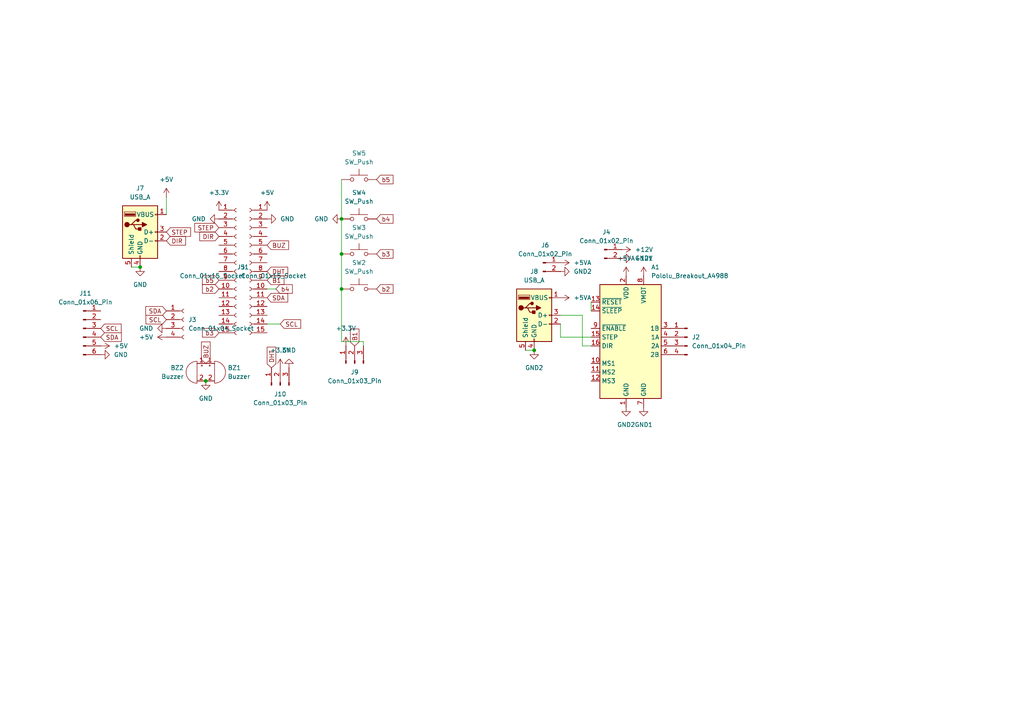
<source format=kicad_sch>
(kicad_sch (version 20250114) (generator "eeschema") (generator_version "9.0")
  (paper "A4")
  (lib_symbols
    (symbol "Connector:Conn_01x02_Pin" (pin_names (offset 1.016) (hide yes))
      (property "Reference" "J" (at 0 2.54 0))
      (property "Value" "Conn_01x02_Pin" (at 0 -5.08 0))
      (symbol "Conn_01x02_Pin_1_1"
        (rectangle (start 0.8636 0.127) (end 0 -0.127) (stroke (width 0.1524)) (fill (type outline)))
        (rectangle (start 0.8636 -2.413) (end 0 -2.667) (stroke (width 0.1524)) (fill (type outline)))
        (polyline (pts (xy 1.27 0) (xy 0.8636 0)) (stroke (width 0.1524)))
        (polyline (pts (xy 1.27 -2.54) (xy 0.8636 -2.54)) (stroke (width 0.1524)))
        (pin passive line (at 5.08 0 180) (length 3.81) (name "Pin_1") (number "1"))
        (pin passive line (at 5.08 -2.54 180) (length 3.81) (name "Pin_2") (number "2"))
      )
    )
    (symbol "Connector:Conn_01x03_Pin" (pin_names (offset 1.016) (hide yes))
      (property "Reference" "J" (at 0 5.08 0))
      (property "Value" "Conn_01x03_Pin" (at 0 -5.08 0))
      (symbol "Conn_01x03_Pin_1_1"
        (rectangle (start 0.8636 2.667) (end 0 2.413) (stroke (width 0.1524)) (fill (type outline)))
        (rectangle (start 0.8636 0.127) (end 0 -0.127) (stroke (width 0.1524)) (fill (type outline)))
        (rectangle (start 0.8636 -2.413) (end 0 -2.667) (stroke (width 0.1524)) (fill (type outline)))
        (polyline (pts (xy 1.27 2.54) (xy 0.8636 2.54)) (stroke (width 0.1524)))
        (polyline (pts (xy 1.27 0) (xy 0.8636 0)) (stroke (width 0.1524)))
        (polyline (pts (xy 1.27 -2.54) (xy 0.8636 -2.54)) (stroke (width 0.1524)))
        (pin passive line (at 5.08 2.54 180) (length 3.81) (name "Pin_1") (number "1"))
        (pin passive line (at 5.08 0 180) (length 3.81) (name "Pin_2") (number "2"))
        (pin passive line (at 5.08 -2.54 180) (length 3.81) (name "Pin_3") (number "3"))
      )
    )
    (symbol "Connector:Conn_01x04_Pin" (pin_names (offset 1.016) (hide yes))
      (property "Reference" "J" (at 0 5.08 0))
      (property "Value" "Conn_01x04_Pin" (at 0 -7.62 0))
      (symbol "Conn_01x04_Pin_1_1"
        (rectangle (start 0.8636 2.667) (end 0 2.413) (stroke (width 0.1524)) (fill (type outline)))
        (rectangle (start 0.8636 0.127) (end 0 -0.127) (stroke (width 0.1524)) (fill (type outline)))
        (rectangle (start 0.8636 -2.413) (end 0 -2.667) (stroke (width 0.1524)) (fill (type outline)))
        (rectangle (start 0.8636 -4.953) (end 0 -5.207) (stroke (width 0.1524)) (fill (type outline)))
        (polyline (pts (xy 1.27 2.54) (xy 0.8636 2.54)) (stroke (width 0.1524)))
        (polyline (pts (xy 1.27 0) (xy 0.8636 0)) (stroke (width 0.1524)))
        (polyline (pts (xy 1.27 -2.54) (xy 0.8636 -2.54)) (stroke (width 0.1524)))
        (polyline (pts (xy 1.27 -5.08) (xy 0.8636 -5.08)) (stroke (width 0.1524)))
        (pin passive line (at 5.08 2.54 180) (length 3.81) (name "Pin_1") (number "1"))
        (pin passive line (at 5.08 0 180) (length 3.81) (name "Pin_2") (number "2"))
        (pin passive line (at 5.08 -2.54 180) (length 3.81) (name "Pin_3") (number "3"))
        (pin passive line (at 5.08 -5.08 180) (length 3.81) (name "Pin_4") (number "4"))
      )
    )
    (symbol "Connector:Conn_01x04_Socket" (pin_names (offset 1.016) (hide yes))
      (property "Reference" "J" (at 0 5.08 0))
      (property "Value" "Conn_01x04_Socket" (at 0 -7.62 0))
      (symbol "Conn_01x04_Socket_1_1"
        (polyline (pts (xy -1.27 2.54) (xy -0.508 2.54)) (stroke (width 0.1524)))
        (polyline (pts (xy -1.27 0) (xy -0.508 0)) (stroke (width 0.1524)))
        (polyline (pts (xy -1.27 -2.54) (xy -0.508 -2.54)) (stroke (width 0.1524)))
        (polyline (pts (xy -1.27 -5.08) (xy -0.508 -5.08)) (stroke (width 0.1524)))
        (arc (start 0 2.032) (mid -0.5058 2.54) (end 0 3.048) (stroke (width 0.1524)))
        (arc (start 0 -0.508) (mid -0.5058 0) (end 0 0.508) (stroke (width 0.1524)))
        (arc (start 0 -3.048) (mid -0.5058 -2.54) (end 0 -2.032) (stroke (width 0.1524)))
        (arc (start 0 -5.588) (mid -0.5058 -5.08) (end 0 -4.572) (stroke (width 0.1524)))
        (pin passive line (at -5.08 2.54 0) (length 3.81) (name "Pin_1") (number "1"))
        (pin passive line (at -5.08 0 0) (length 3.81) (name "Pin_2") (number "2"))
        (pin passive line (at -5.08 -2.54 0) (length 3.81) (name "Pin_3") (number "3"))
        (pin passive line (at -5.08 -5.08 0) (length 3.81) (name "Pin_4") (number "4"))
      )
    )
    (symbol "Connector:Conn_01x06_Pin" (pin_names (offset 1.016) (hide yes))
      (property "Reference" "J" (at 0 7.62 0))
      (property "Value" "Conn_01x06_Pin" (at 0 -10.16 0))
      (symbol "Conn_01x06_Pin_1_1"
        (rectangle (start 0.8636 5.207) (end 0 4.953) (stroke (width 0.1524)) (fill (type outline)))
        (rectangle (start 0.8636 2.667) (end 0 2.413) (stroke (width 0.1524)) (fill (type outline)))
        (rectangle (start 0.8636 0.127) (end 0 -0.127) (stroke (width 0.1524)) (fill (type outline)))
        (rectangle (start 0.8636 -2.413) (end 0 -2.667) (stroke (width 0.1524)) (fill (type outline)))
        (rectangle (start 0.8636 -4.953) (end 0 -5.207) (stroke (width 0.1524)) (fill (type outline)))
        (rectangle (start 0.8636 -7.493) (end 0 -7.747) (stroke (width 0.1524)) (fill (type outline)))
        (polyline (pts (xy 1.27 5.08) (xy 0.8636 5.08)) (stroke (width 0.1524)))
        (polyline (pts (xy 1.27 2.54) (xy 0.8636 2.54)) (stroke (width 0.1524)))
        (polyline (pts (xy 1.27 0) (xy 0.8636 0)) (stroke (width 0.1524)))
        (polyline (pts (xy 1.27 -2.54) (xy 0.8636 -2.54)) (stroke (width 0.1524)))
        (polyline (pts (xy 1.27 -5.08) (xy 0.8636 -5.08)) (stroke (width 0.1524)))
        (polyline (pts (xy 1.27 -7.62) (xy 0.8636 -7.62)) (stroke (width 0.1524)))
        (pin passive line (at 5.08 5.08 180) (length 3.81) (name "Pin_1") (number "1"))
        (pin passive line (at 5.08 2.54 180) (length 3.81) (name "Pin_2") (number "2"))
        (pin passive line (at 5.08 0 180) (length 3.81) (name "Pin_3") (number "3"))
        (pin passive line (at 5.08 -2.54 180) (length 3.81) (name "Pin_4") (number "4"))
        (pin passive line (at 5.08 -5.08 180) (length 3.81) (name "Pin_5") (number "5"))
        (pin passive line (at 5.08 -7.62 180) (length 3.81) (name "Pin_6") (number "6"))
      )
    )
    (symbol "Connector:Conn_01x15_Socket" (pin_names (offset 1.016) (hide yes))
      (property "Reference" "J" (at 0 20.32 0))
      (property "Value" "Conn_01x15_Socket" (at 0 -20.32 0))
      (symbol "Conn_01x15_Socket_1_1"
        (polyline (pts (xy -1.27 17.78) (xy -0.508 17.78)) (stroke (width 0.1524)))
        (polyline (pts (xy -1.27 15.24) (xy -0.508 15.24)) (stroke (width 0.1524)))
        (polyline (pts (xy -1.27 12.7) (xy -0.508 12.7)) (stroke (width 0.1524)))
        (polyline (pts (xy -1.27 10.16) (xy -0.508 10.16)) (stroke (width 0.1524)))
        (polyline (pts (xy -1.27 7.62) (xy -0.508 7.62)) (stroke (width 0.1524)))
        (polyline (pts (xy -1.27 5.08) (xy -0.508 5.08)) (stroke (width 0.1524)))
        (polyline (pts (xy -1.27 2.54) (xy -0.508 2.54)) (stroke (width 0.1524)))
        (polyline (pts (xy -1.27 0) (xy -0.508 0)) (stroke (width 0.1524)))
        (polyline (pts (xy -1.27 -2.54) (xy -0.508 -2.54)) (stroke (width 0.1524)))
        (polyline (pts (xy -1.27 -5.08) (xy -0.508 -5.08)) (stroke (width 0.1524)))
        (polyline (pts (xy -1.27 -7.62) (xy -0.508 -7.62)) (stroke (width 0.1524)))
        (polyline (pts (xy -1.27 -10.16) (xy -0.508 -10.16)) (stroke (width 0.1524)))
        (polyline (pts (xy -1.27 -12.7) (xy -0.508 -12.7)) (stroke (width 0.1524)))
        (polyline (pts (xy -1.27 -15.24) (xy -0.508 -15.24)) (stroke (width 0.1524)))
        (polyline (pts (xy -1.27 -17.78) (xy -0.508 -17.78)) (stroke (width 0.1524)))
        (arc (start 0 17.272) (mid -0.5058 17.78) (end 0 18.288) (stroke (width 0.1524)))
        (arc (start 0 14.732) (mid -0.5058 15.24) (end 0 15.748) (stroke (width 0.1524)))
        (arc (start 0 12.192) (mid -0.5058 12.7) (end 0 13.208) (stroke (width 0.1524)))
        (arc (start 0 9.652) (mid -0.5058 10.16) (end 0 10.668) (stroke (width 0.1524)))
        (arc (start 0 7.112) (mid -0.5058 7.62) (end 0 8.128) (stroke (width 0.1524)))
        (arc (start 0 4.572) (mid -0.5058 5.08) (end 0 5.588) (stroke (width 0.1524)))
        (arc (start 0 2.032) (mid -0.5058 2.54) (end 0 3.048) (stroke (width 0.1524)))
        (arc (start 0 -0.508) (mid -0.5058 0) (end 0 0.508) (stroke (width 0.1524)))
        (arc (start 0 -3.048) (mid -0.5058 -2.54) (end 0 -2.032) (stroke (width 0.1524)))
        (arc (start 0 -5.588) (mid -0.5058 -5.08) (end 0 -4.572) (stroke (width 0.1524)))
        (arc (start 0 -8.128) (mid -0.5058 -7.62) (end 0 -7.112) (stroke (width 0.1524)))
        (arc (start 0 -10.668) (mid -0.5058 -10.16) (end 0 -9.652) (stroke (width 0.1524)))
        (arc (start 0 -13.208) (mid -0.5058 -12.7) (end 0 -12.192) (stroke (width 0.1524)))
        (arc (start 0 -15.748) (mid -0.5058 -15.24) (end 0 -14.732) (stroke (width 0.1524)))
        (arc (start 0 -18.288) (mid -0.5058 -17.78) (end 0 -17.272) (stroke (width 0.1524)))
        (pin passive line (at -5.08 17.78 0) (length 3.81) (name "Pin_1") (number "1"))
        (pin passive line (at -5.08 15.24 0) (length 3.81) (name "Pin_2") (number "2"))
        (pin passive line (at -5.08 12.7 0) (length 3.81) (name "Pin_3") (number "3"))
        (pin passive line (at -5.08 10.16 0) (length 3.81) (name "Pin_4") (number "4"))
        (pin passive line (at -5.08 7.62 0) (length 3.81) (name "Pin_5") (number "5"))
        (pin passive line (at -5.08 5.08 0) (length 3.81) (name "Pin_6") (number "6"))
        (pin passive line (at -5.08 2.54 0) (length 3.81) (name "Pin_7") (number "7"))
        (pin passive line (at -5.08 0 0) (length 3.81) (name "Pin_8") (number "8"))
        (pin passive line (at -5.08 -2.54 0) (length 3.81) (name "Pin_9") (number "9"))
        (pin passive line (at -5.08 -5.08 0) (length 3.81) (name "Pin_10") (number "10"))
        (pin passive line (at -5.08 -7.62 0) (length 3.81) (name "Pin_11") (number "11"))
        (pin passive line (at -5.08 -10.16 0) (length 3.81) (name "Pin_12") (number "12"))
        (pin passive line (at -5.08 -12.7 0) (length 3.81) (name "Pin_13") (number "13"))
        (pin passive line (at -5.08 -15.24 0) (length 3.81) (name "Pin_14") (number "14"))
        (pin passive line (at -5.08 -17.78 0) (length 3.81) (name "Pin_15") (number "15"))
      )
    )
    (symbol "Connector:USB_A" (pin_names (offset 1.016))
      (property "Reference" "J" (at -5.08 11.43 0))
      (property "Value" "USB_A" (at -5.08 8.89 0))
      (symbol "USB_A_0_1"
        (rectangle (start -5.08 -7.62) (end 5.08 7.62) (stroke (width 0.254)) (fill (type background)))
        (circle (center -3.81 2.159) (radius 0.635) (stroke (width 0.254)) (fill (type outline)))
        (polyline (pts (xy -3.175 2.159) (xy -2.54 2.159) (xy -1.27 3.429) (xy -0.635 3.429)) (stroke (width 0.254)))
        (polyline (pts (xy -2.54 2.159) (xy -1.905 2.159) (xy -1.27 0.889) (xy 0 0.889)) (stroke (width 0.254)))
        (rectangle (start -1.524 4.826) (end -4.318 5.334) (fill (type outline)))
        (rectangle (start -1.27 4.572) (end -4.572 5.842))
        (circle (center -0.635 3.429) (radius 0.381) (stroke (width 0.254)) (fill (type outline)))
        (rectangle (start -0.127 -7.62) (end 0.127 -6.858))
        (rectangle (start 0.254 1.27) (end -0.508 0.508) (stroke (width 0.254)) (fill (type outline)))
        (polyline (pts (xy 0.635 2.794) (xy 0.635 1.524) (xy 1.905 2.159) (xy 0.635 2.794)) (stroke (width 0.254)) (fill (type outline)))
        (rectangle (start 5.08 4.953) (end 4.318 5.207))
        (rectangle (start 5.08 -0.127) (end 4.318 0.127))
        (rectangle (start 5.08 -2.667) (end 4.318 -2.413))
      )
      (symbol "USB_A_1_1"
        (polyline (pts (xy -1.905 2.159) (xy 0.635 2.159)) (stroke (width 0.254)))
        (pin passive line (at -2.54 -10.16 90) (length 2.54) (name "Shield") (number "5"))
        (pin power_in line (at 0 -10.16 90) (length 2.54) (name "GND") (number "4"))
        (pin power_in line (at 7.62 5.08 180) (length 2.54) (name "VBUS") (number "1"))
        (pin bidirectional line (at 7.62 0 180) (length 2.54) (name "D+") (number "3"))
        (pin bidirectional line (at 7.62 -2.54 180) (length 2.54) (name "D-") (number "2"))
      )
    )
    (symbol "Device:Buzzer" (pin_names (offset 0.0254) (hide yes))
      (property "Reference" "BZ" (at 3.81 1.27 0))
      (property "Value" "Buzzer" (at 3.81 -1.27 0))
      (symbol "Buzzer_0_1"
        (polyline (pts (xy -1.651 1.905) (xy -1.143 1.905)))
        (polyline (pts (xy -1.397 2.159) (xy -1.397 1.651)))
        (arc (start 0 3.175) (mid 3.1612 0) (end 0 -3.175))
        (polyline (pts (xy 0 3.175) (xy 0 -3.175)))
      )
      (symbol "Buzzer_1_1"
        (pin passive line (at -2.54 2.54 0) (length 2.54) (name "+") (number "1"))
        (pin passive line (at -2.54 -2.54 0) (length 2.54) (name "-") (number "2"))
      )
    )
    (symbol "Driver_Motor:Pololu_Breakout_A4988"
      (property "Reference" "A" (at -2.54 19.05 0))
      (property "Value" "Pololu_Breakout_A4988" (at -2.54 16.51 0))
      (symbol "Pololu_Breakout_A4988_0_1"
        (rectangle (start 10.16 -17.78) (end -7.62 15.24) (stroke (width 0.254)) (fill (type background)))
      )
      (symbol "Pololu_Breakout_A4988_1_1"
        (pin input line (at -10.16 10.16 0) (length 2.54) (name "~{RESET}") (number "13"))
        (pin input line (at -10.16 7.62 0) (length 2.54) (name "~{SLEEP}") (number "14"))
        (pin input line (at -10.16 2.54 0) (length 2.54) (name "~{ENABLE}") (number "9"))
        (pin input line (at -10.16 0 0) (length 2.54) (name "STEP") (number "15"))
        (pin input line (at -10.16 -2.54 0) (length 2.54) (name "DIR") (number "16"))
        (pin input line (at -10.16 -7.62 0) (length 2.54) (name "MS1") (number "10"))
        (pin input line (at -10.16 -10.16 0) (length 2.54) (name "MS2") (number "11"))
        (pin input line (at -10.16 -12.7 0) (length 2.54) (name "MS3") (number "12"))
        (pin power_in line (at 0 17.78 270) (length 2.54) (name "VDD") (number "2"))
        (pin power_in line (at 0 -20.32 90) (length 2.54) (name "GND") (number "1"))
        (pin power_in line (at 5.08 17.78 270) (length 2.54) (name "VMOT") (number "8"))
        (pin power_in line (at 5.08 -20.32 90) (length 2.54) (name "GND") (number "7"))
        (pin output line (at 12.7 2.54 180) (length 2.54) (name "1B") (number "3"))
        (pin output line (at 12.7 0 180) (length 2.54) (name "1A") (number "4"))
        (pin output line (at 12.7 -2.54 180) (length 2.54) (name "2A") (number "5"))
        (pin output line (at 12.7 -5.08 180) (length 2.54) (name "2B") (number "6"))
      )
    )
    (symbol "Switch:SW_Push" (pin_numbers (hide yes)) (pin_names (offset 1.016) (hide yes))
      (property "Reference" "SW" (at 1.27 2.54 0))
      (property "Value" "SW_Push" (at 0 -1.524 0))
      (symbol "SW_Push_0_1"
        (circle (center -2.032 0) (radius 0.508))
        (polyline (pts (xy 0 1.27) (xy 0 3.048)))
        (circle (center 2.032 0) (radius 0.508))
        (polyline (pts (xy 2.54 1.27) (xy -2.54 1.27)))
        (pin passive line (at -5.08 0 0) (length 2.54) (name "1") (number "1"))
        (pin passive line (at 5.08 0 180) (length 2.54) (name "2") (number "2"))
      )
    )
    (symbol "power:+12V" (power) (pin_numbers (hide yes)) (pin_names (offset 0) (hide yes))
      (property "Value" "+12V" (at 0 3.556 0))
      (symbol "+12V_0_1"
        (polyline (pts (xy -0.762 1.27) (xy 0 2.54)))
        (polyline (pts (xy 0 2.54) (xy 0.762 1.27)))
        (polyline (pts (xy 0 0) (xy 0 2.54)))
      )
      (symbol "+12V_1_1"
        (pin power_in line (at 0 0 90) (length 0) (name "~") (number "1"))
      )
    )
    (symbol "power:+3.3V" (power) (pin_numbers (hide yes)) (pin_names (offset 0) (hide yes))
      (property "Value" "+3.3V" (at 0 3.556 0))
      (symbol "+3.3V_0_1"
        (polyline (pts (xy -0.762 1.27) (xy 0 2.54)))
        (polyline (pts (xy 0 2.54) (xy 0.762 1.27)))
        (polyline (pts (xy 0 0) (xy 0 2.54)))
      )
      (symbol "+3.3V_1_1"
        (pin power_in line (at 0 0 90) (length 0) (name "~") (number "1"))
      )
    )
    (symbol "power:+5V" (power) (pin_numbers (hide yes)) (pin_names (offset 0) (hide yes))
      (property "Value" "+5V" (at 0 3.556 0))
      (symbol "+5V_0_1"
        (polyline (pts (xy -0.762 1.27) (xy 0 2.54)))
        (polyline (pts (xy 0 2.54) (xy 0.762 1.27)))
        (polyline (pts (xy 0 0) (xy 0 2.54)))
      )
      (symbol "+5V_1_1"
        (pin power_in line (at 0 0 90) (length 0) (name "~") (number "1"))
      )
    )
    (symbol "power:+5VA" (power) (pin_numbers (hide yes)) (pin_names (offset 0) (hide yes))
      (property "Value" "+5VA" (at 0 3.556 0))
      (symbol "+5VA_0_1"
        (polyline (pts (xy -0.762 1.27) (xy 0 2.54)))
        (polyline (pts (xy 0 2.54) (xy 0.762 1.27)))
        (polyline (pts (xy 0 0) (xy 0 2.54)))
      )
      (symbol "+5VA_1_1"
        (pin power_in line (at 0 0 90) (length 0) (name "~") (number "1"))
      )
    )
    (symbol "power:GND" (power) (pin_numbers (hide yes)) (pin_names (offset 0) (hide yes))
      (property "Value" "GND" (at 0 -3.81 0))
      (symbol "GND_0_1"
        (polyline (pts (xy 0 0) (xy 0 -1.27) (xy 1.27 -1.27) (xy 0 -2.54) (xy -1.27 -1.27) (xy 0 -1.27)))
      )
      (symbol "GND_1_1"
        (pin power_in line (at 0 0 270) (length 0) (name "~") (number "1"))
      )
    )
    (symbol "power:GND1" (power) (pin_numbers (hide yes)) (pin_names (offset 0) (hide yes))
      (property "Value" "GND1" (at 0 -3.81 0))
      (symbol "GND1_0_1"
        (polyline (pts (xy 0 0) (xy 0 -1.27) (xy 1.27 -1.27) (xy 0 -2.54) (xy -1.27 -1.27) (xy 0 -1.27)))
      )
      (symbol "GND1_1_1"
        (pin power_in line (at 0 0 270) (length 0) (name "~") (number "1"))
      )
    )
    (symbol "power:GND2" (power) (pin_numbers (hide yes)) (pin_names (offset 0) (hide yes))
      (property "Value" "GND2" (at 0 -3.81 0))
      (symbol "GND2_0_1"
        (polyline (pts (xy 0 0) (xy 0 -1.27) (xy 1.27 -1.27) (xy 0 -2.54) (xy -1.27 -1.27) (xy 0 -1.27)))
      )
      (symbol "GND2_1_1"
        (pin power_in line (at 0 0 270) (length 0) (name "~") (number "1"))
      )
    )
  )
  (junction (at 99.06 63.5))
  (junction (at 154.94 101.6))
  (junction (at 59.69 110.49))
  (junction (at 99.06 73.66))
  (junction (at 40.64 77.47))
  (junction (at 99.06 83.82))
  (wire (pts (xy 99.06 52.07) (xy 99.06 63.5)))
  (wire (pts (xy 81.28 93.98) (xy 77.47 93.98)))
  (wire (pts (xy 171.45 87.63) (xy 171.45 90.17)))
  (wire (pts (xy 168.91 100.33) (xy 168.91 91.44)))
  (wire (pts (xy 171.45 97.79) (xy 162.56 97.79)))
  (wire (pts (xy 99.06 99.06) (xy 105.41 99.06)))
  (wire (pts (xy 168.91 91.44) (xy 162.56 91.44)))
  (wire (pts (xy 152.4 101.6) (xy 154.94 101.6)))
  (wire (pts (xy 171.45 100.33) (xy 168.91 100.33)))
  (wire (pts (xy 99.06 83.82) (xy 99.06 99.06)))
  (wire (pts (xy 162.56 97.79) (xy 162.56 93.98)))
  (wire (pts (xy 38.1 77.47) (xy 40.64 77.47)))
  (wire (pts (xy 48.26 57.15) (xy 48.26 62.23)))
  (wire (pts (xy 105.41 99.06) (xy 105.41 100.33)))
  (wire (pts (xy 80.01 83.82) (xy 77.47 83.82)))
  (wire (pts (xy 99.06 63.5) (xy 99.06 73.66)))
  (wire (pts (xy 99.06 73.66) (xy 99.06 83.82)))
  (global_label "DIR" (shape input) (at 48.26 69.85 0) (property "Intersheetrefs" "${INTERSHEET_REFS}" (effects (hide yes))))
  (global_label "DIR" (shape input) (at 63.5 68.58 180) (property "Intersheetrefs" "${INTERSHEET_REFS}" (effects (hide yes))))
  (global_label "b3" (shape input) (at 63.5 96.52 180) (property "Intersheetrefs" "${INTERSHEET_REFS}" (effects (hide yes))))
  (global_label "SDA" (shape input) (at 77.47 86.36 0) (property "Intersheetrefs" "${INTERSHEET_REFS}" (effects (hide yes))))
  (global_label "SCL" (shape input) (at 81.28 93.98 0) (property "Intersheetrefs" "${INTERSHEET_REFS}" (effects (hide yes))))
  (global_label "B1" (shape input) (at 77.47 81.28 0) (property "Intersheetrefs" "${INTERSHEET_REFS}" (effects (hide yes))))
  (global_label "DHT" (shape input) (at 77.47 78.74 0) (property "Intersheetrefs" "${INTERSHEET_REFS}" (effects (hide yes))))
  (global_label "b4" (shape input) (at 80.01 83.82 0) (property "Intersheetrefs" "${INTERSHEET_REFS}" (effects (hide yes))))
  (global_label "SCL" (shape input) (at 29.21 95.25 0) (property "Intersheetrefs" "${INTERSHEET_REFS}" (effects (hide yes))))
  (global_label "BUZ" (shape input) (at 59.69 105.41 90) (property "Intersheetrefs" "${INTERSHEET_REFS}" (effects (hide yes))))
  (global_label "b3" (shape input) (at 109.22 73.66 0) (property "Intersheetrefs" "${INTERSHEET_REFS}" (effects (hide yes))))
  (global_label "SDA" (shape input) (at 29.21 97.79 0) (property "Intersheetrefs" "${INTERSHEET_REFS}" (effects (hide yes))))
  (global_label "b2" (shape input) (at 109.22 83.82 0) (property "Intersheetrefs" "${INTERSHEET_REFS}" (effects (hide yes))))
  (global_label "b4" (shape input) (at 109.22 63.5 0) (property "Intersheetrefs" "${INTERSHEET_REFS}" (effects (hide yes))))
  (global_label "b2" (shape input) (at 63.5 83.82 180) (property "Intersheetrefs" "${INTERSHEET_REFS}" (effects (hide yes))))
  (global_label "BUZ" (shape input) (at 77.47 71.12 0) (property "Intersheetrefs" "${INTERSHEET_REFS}" (effects (hide yes))))
  (global_label "SCL" (shape input) (at 48.26 92.71 180) (property "Intersheetrefs" "${INTERSHEET_REFS}" (effects (hide yes))))
  (global_label "SDA" (shape input) (at 48.26 90.17 180) (property "Intersheetrefs" "${INTERSHEET_REFS}" (effects (hide yes))))
  (global_label "b5" (shape input) (at 109.22 52.07 0) (property "Intersheetrefs" "${INTERSHEET_REFS}" (effects (hide yes))))
  (global_label "DHT" (shape input) (at 78.74 106.68 90) (property "Intersheetrefs" "${INTERSHEET_REFS}" (effects (hide yes))))
  (global_label "STEP" (shape input) (at 63.5 66.04 180) (property "Intersheetrefs" "${INTERSHEET_REFS}" (effects (hide yes))))
  (global_label "STEP" (shape input) (at 48.26 67.31 0) (property "Intersheetrefs" "${INTERSHEET_REFS}" (effects (hide yes))))
  (global_label "b5" (shape input) (at 63.5 81.28 180) (property "Intersheetrefs" "${INTERSHEET_REFS}" (effects (hide yes))))
  (global_label "B1" (shape input) (at 102.87 100.33 90) (property "Intersheetrefs" "${INTERSHEET_REFS}" (effects (hide yes))))
  (symbol (lib_id "power:+12V") (at 186.69 80.01 0) (unit 1)
    (property "Reference" "#PWR018" (effects (hide yes)))
    (property "Value" "+12V" (at 186.69 74.93 0))
    (property "Description" "Power symbol creates a global label with name \"+12V\"" (effects (hide yes)))
  )
  (symbol (lib_id "power:GND1") (at 186.69 118.11 0) (unit 1)
    (property "Reference" "#PWR017" (effects (hide yes)))
    (property "Value" "GND1" (at 186.69 123.19 0))
    (property "Description" "Power symbol creates a global label with name \"GND1\" , ground" (effects (hide yes)))
  )
  (symbol (lib_id "Connector:Conn_01x02_Pin") (at 175.26 72.39 0) (unit 1)
    (property "Reference" "J4" (at 175.895 67.31 0))
    (property "Value" "Conn_01x02_Pin" (at 175.895 69.85 0))
    (property "Footprint" "Connector_PinHeader_2.54mm:PinHeader_1x02_P2.54mm_Vertical" (effects (hide yes)))
    (property "Description" "Generic connector, single row, 01x02, script generated" (effects (hide yes)))
  )
  (symbol (lib_id "power:GND") (at 29.21 102.87 90) (unit 1)
    (property "Reference" "#PWR024" (effects (hide yes)))
    (property "Value" "GND" (at 33.02 102.8699 90) (effects (justify right)))
    (property "Description" "Power symbol creates a global label with name \"GND\" , ground" (effects (hide yes)))
  )
  (symbol (lib_id "Device:Buzzer") (at 57.15 107.95 0) (mirror y) (unit 1)
    (property "Reference" "BZ2" (at 53.34 106.6799 0) (effects (justify left)))
    (property "Value" "Buzzer" (at 53.34 109.2199 0) (effects (justify left)))
    (property "Footprint" "Buzzer_Beeper:Indicator_PUI_AI-1440-TWT-24V-2-R" (effects (hide yes)))
    (property "Description" "Buzzer, polarized" (effects (hide yes)))
  )
  (symbol (lib_id "Connector:Conn_01x02_Pin") (at 157.48 76.2 0) (unit 1)
    (property "Reference" "J6" (at 158.115 71.12 0))
    (property "Value" "Conn_01x02_Pin" (at 158.115 73.66 0))
    (property "Footprint" "Connector_PinHeader_2.54mm:PinHeader_1x02_P2.54mm_Vertical" (effects (hide yes)))
    (property "Description" "Generic connector, single row, 01x02, script generated" (effects (hide yes)))
  )
  (symbol (lib_id "Connector:Conn_01x03_Pin") (at 81.28 111.76 90) (unit 1)
    (property "Reference" "J10" (at 81.28 114.3 90))
    (property "Value" "Conn_01x03_Pin" (at 81.28 116.84 90))
    (property "Footprint" "Connector_PinHeader_2.54mm:PinHeader_1x03_P2.54mm_Vertical" (effects (hide yes)))
    (property "Description" "Generic connector, single row, 01x03, script generated" (effects (hide yes)))
  )
  (symbol (lib_id "power:GND") (at 48.26 95.25 270) (unit 1)
    (property "Reference" "#PWR08" (effects (hide yes)))
    (property "Value" "GND" (at 44.45 95.2499 90) (effects (justify right)))
    (property "Description" "Power symbol creates a global label with name \"GND\" , ground" (effects (hide yes)))
  )
  (symbol (lib_id "Connector:USB_A") (at 40.64 67.31 0) (unit 1)
    (property "Reference" "J7" (at 40.64 54.61 0))
    (property "Value" "USB_A" (at 40.64 57.15 0))
    (property "Footprint" "Connector_USB:USB_A_Connfly_DS1095" (effects (hide yes)))
    (property "Description" "USB Type A connector" (effects (hide yes)))
  )
  (symbol (lib_id "power:+5V") (at 77.47 60.96 0) (unit 1)
    (property "Reference" "#PWR05" (effects (hide yes)))
    (property "Value" "+5V" (at 77.47 55.88 0))
    (property "Description" "Power symbol creates a global label with name \"+5V\"" (effects (hide yes)))
  )
  (symbol (lib_id "Connector:USB_A") (at 154.94 91.44 0) (unit 1)
    (property "Reference" "J8" (at 154.94 78.74 0))
    (property "Value" "USB_A" (at 154.94 81.28 0))
    (property "Footprint" "Connector_USB:USB_A_Connfly_DS1095" (effects (hide yes)))
    (property "Description" "USB Type A connector" (effects (hide yes)))
  )
  (symbol (lib_id "Switch:SW_Push") (at 104.14 63.5 0) (unit 1)
    (property "Reference" "SW4" (at 104.14 55.88 0))
    (property "Value" "SW_Push" (at 104.14 58.42 0))
    (property "Footprint" "Taranium-libs:Button-6mm-2pin-tht" (effects (hide yes)))
    (property "Description" "Push button switch, generic, two pins" (effects (hide yes)))
  )
  (symbol (lib_id "Connector:Conn_01x06_Pin") (at 24.13 95.25 0) (unit 1)
    (property "Reference" "J11" (at 24.765 85.09 0))
    (property "Value" "Conn_01x06_Pin" (at 24.765 87.63 0))
    (property "Footprint" "Connector_PinHeader_2.54mm:PinHeader_1x06_P2.54mm_Vertical" (effects (hide yes)))
    (property "Description" "Generic connector, single row, 01x06, script generated" (effects (hide yes)))
  )
  (symbol (lib_id "Connector:Conn_01x04_Pin") (at 199.39 97.79 0) (mirror y) (unit 1)
    (property "Reference" "J2" (at 200.66 97.7899 0) (effects (justify right)))
    (property "Value" "Conn_01x04_Pin" (at 200.66 100.3299 0) (effects (justify right)))
    (property "Footprint" "Connector_PinHeader_2.54mm:PinHeader_1x04_P2.54mm_Vertical" (effects (hide yes)))
    (property "Description" "Generic connector, single row, 01x04, script generated" (effects (hide yes)))
  )
  (symbol (lib_id "power:GND") (at 40.64 77.47 0) (unit 1)
    (property "Reference" "#PWR04" (effects (hide yes)))
    (property "Value" "GND" (at 40.64 82.55 0))
    (property "Description" "Power symbol creates a global label with name \"GND\" , ground" (effects (hide yes)))
  )
  (symbol (lib_id "Switch:SW_Push") (at 104.14 83.82 0) (unit 1)
    (property "Reference" "SW2" (at 104.14 76.2 0))
    (property "Value" "SW_Push" (at 104.14 78.74 0))
    (property "Footprint" "Taranium-libs:Button-6mm-2pin-tht" (effects (hide yes)))
    (property "Description" "Push button switch, generic, two pins" (effects (hide yes)))
  )
  (symbol (lib_id "power:GND") (at 77.47 63.5 90) (unit 1)
    (property "Reference" "#PWR06" (effects (hide yes)))
    (property "Value" "GND" (at 81.28 63.4999 90) (effects (justify right)))
    (property "Description" "Power symbol creates a global label with name \"GND\" , ground" (effects (hide yes)))
  )
  (symbol (lib_id "Connector:Conn_01x04_Socket") (at 53.34 92.71 0) (unit 1)
    (property "Reference" "J3" (at 54.61 92.7099 0) (effects (justify left)))
    (property "Value" "Conn_01x04_Socket" (at 54.61 95.2499 0) (effects (justify left)))
    (property "Footprint" "Connector_PinSocket_2.54mm:PinSocket_1x04_P2.54mm_Vertical" (effects (hide yes)))
    (property "Description" "Generic connector, single row, 01x04, script generated" (effects (hide yes)))
  )
  (symbol (lib_id "power:+5VA") (at 181.61 80.01 0) (unit 1)
    (property "Reference" "#PWR014" (effects (hide yes)))
    (property "Value" "+5VA" (at 181.61 74.93 0))
    (property "Description" "Power symbol creates a global label with name \"+5VA\"" (effects (hide yes)))
  )
  (symbol (lib_id "power:+3.3V") (at 63.5 60.96 0) (unit 1)
    (property "Reference" "#PWR021" (effects (hide yes)))
    (property "Value" "+3.3V" (at 63.5 55.88 0))
    (property "Description" "Power symbol creates a global label with name \"+3.3V\"" (effects (hide yes)))
  )
  (symbol (lib_id "power:+3.3V") (at 81.28 106.68 0) (unit 1)
    (property "Reference" "#PWR022" (effects (hide yes)))
    (property "Value" "+3.3V" (at 81.28 101.6 0))
    (property "Description" "Power symbol creates a global label with name \"+3.3V\"" (effects (hide yes)))
  )
  (symbol (lib_id "power:+5VA") (at 162.56 76.2 270) (unit 1)
    (property "Reference" "#PWR011" (effects (hide yes)))
    (property "Value" "+5VA" (at 166.37 76.1999 90) (effects (justify left)))
    (property "Description" "Power symbol creates a global label with name \"+5VA\"" (effects (hide yes)))
  )
  (symbol (lib_id "power:GND") (at 63.5 63.5 270) (unit 1)
    (property "Reference" "#PWR07" (effects (hide yes)))
    (property "Value" "GND" (at 59.69 63.4999 90) (effects (justify right)))
    (property "Description" "Power symbol creates a global label with name \"GND\" , ground" (effects (hide yes)))
  )
  (symbol (lib_id "Switch:SW_Push") (at 104.14 73.66 0) (unit 1)
    (property "Reference" "SW3" (at 104.14 66.04 0))
    (property "Value" "SW_Push" (at 104.14 68.58 0))
    (property "Footprint" "Taranium-libs:Button-6mm-2pin-tht" (effects (hide yes)))
    (property "Description" "Push button switch, generic, two pins" (effects (hide yes)))
  )
  (symbol (lib_id "power:+5V") (at 48.26 57.15 0) (unit 1)
    (property "Reference" "#PWR03" (effects (hide yes)))
    (property "Value" "+5V" (at 48.26 52.07 0))
    (property "Description" "Power symbol creates a global label with name \"+5V\"" (effects (hide yes)))
  )
  (symbol (lib_id "Connector:Conn_01x15_Socket") (at 72.39 78.74 0) (mirror y) (unit 1)
    (property "Reference" "J5" (at 71.12 77.4699 0) (effects (justify left)))
    (property "Value" "Conn_01x15_Socket" (at 71.12 80.0099 0) (effects (justify left)))
    (property "Footprint" "Connector_PinHeader_2.54mm:PinHeader_1x15_P2.54mm_Vertical" (effects (hide yes)))
    (property "Description" "Generic connector, single row, 01x15, script generated" (effects (hide yes)))
  )
  (symbol (lib_id "power:+5VA") (at 162.56 86.36 270) (unit 1)
    (property "Reference" "#PWR013" (effects (hide yes)))
    (property "Value" "+5VA" (at 166.37 86.3599 90) (effects (justify left)))
    (property "Description" "Power symbol creates a global label with name \"+5VA\"" (effects (hide yes)))
  )
  (symbol (lib_id "Switch:SW_Push") (at 104.14 52.07 0) (unit 1)
    (property "Reference" "SW5" (at 104.14 44.45 0))
    (property "Value" "SW_Push" (at 104.14 46.99 0))
    (property "Footprint" "Taranium-libs:Button-6mm-2pin-tht" (effects (hide yes)))
    (property "Description" "Push button switch, generic, two pins" (effects (hide yes)))
  )
  (symbol (lib_id "Driver_Motor:Pololu_Breakout_A4988") (at 181.61 97.79 0) (unit 1)
    (property "Reference" "A1" (at 188.8333 77.47 0) (effects (justify left)))
    (property "Value" "Pololu_Breakout_A4988" (at 188.8333 80.01 0) (effects (justify left)))
    (property "Footprint" "Module:Pololu_Breakout-16_15.2x20.3mm" (effects (hide yes)))
    (property "Datasheet" "https://www.pololu.com/product/2980/pictures" (effects (hide yes)))
    (property "Description" "Pololu Breakout Board, Stepper Driver A4988" (effects (hide yes)))
  )
  (symbol (lib_id "Connector:Conn_01x15_Socket") (at 68.58 78.74 0) (unit 1)
    (property "Reference" "J1" (at 69.85 77.4699 0) (effects (justify left)))
    (property "Value" "Conn_01x15_Socket" (at 69.85 80.0099 0) (effects (justify left)))
    (property "Footprint" "Connector_PinHeader_2.54mm:PinHeader_1x15_P2.54mm_Vertical" (effects (hide yes)))
    (property "Description" "Generic connector, single row, 01x15, script generated" (effects (hide yes)))
  )
  (symbol (lib_id "power:GND") (at 59.69 110.49 0) (unit 1)
    (property "Reference" "#PWR09" (effects (hide yes)))
    (property "Value" "GND" (at 59.69 115.57 0))
    (property "Description" "Power symbol creates a global label with name \"GND\" , ground" (effects (hide yes)))
  )
  (symbol (lib_id "power:+5V") (at 48.26 97.79 90) (unit 1)
    (property "Reference" "#PWR010" (effects (hide yes)))
    (property "Value" "+5V" (at 44.45 97.7899 90) (effects (justify left)))
    (property "Description" "Power symbol creates a global label with name \"+5V\"" (effects (hide yes)))
  )
  (symbol (lib_id "power:+3.3V") (at 100.33 100.33 0) (unit 1)
    (property "Reference" "#PWR020" (effects (hide yes)))
    (property "Value" "+3.3V" (at 100.33 95.25 0))
    (property "Description" "Power symbol creates a global label with name \"+3.3V\"" (effects (hide yes)))
  )
  (symbol (lib_id "power:GND") (at 99.06 63.5 270) (unit 1)
    (property "Reference" "#PWR019" (effects (hide yes)))
    (property "Value" "GND" (at 95.25 63.4999 90) (effects (justify right)))
    (property "Description" "Power symbol creates a global label with name \"GND\" , ground" (effects (hide yes)))
  )
  (symbol (lib_id "power:GND2") (at 181.61 118.11 0) (unit 1)
    (property "Reference" "#PWR016" (effects (hide yes)))
    (property "Value" "GND2" (at 181.61 123.19 0))
    (property "Description" "Power symbol creates a global label with name \"GND2\" , ground" (effects (hide yes)))
  )
  (symbol (lib_id "power:+5V") (at 29.21 100.33 270) (unit 1)
    (property "Reference" "#PWR025" (effects (hide yes)))
    (property "Value" "+5V" (at 33.02 100.3299 90) (effects (justify left)))
    (property "Description" "Power symbol creates a global label with name \"+5V\"" (effects (hide yes)))
  )
  (symbol (lib_id "power:GND2") (at 162.56 78.74 90) (unit 1)
    (property "Reference" "#PWR012" (effects (hide yes)))
    (property "Value" "GND2" (at 166.37 78.7399 90) (effects (justify right)))
    (property "Description" "Power symbol creates a global label with name \"GND2\" , ground" (effects (hide yes)))
  )
  (symbol (lib_id "power:GND1") (at 180.34 74.93 90) (unit 1)
    (property "Reference" "#PWR01" (effects (hide yes)))
    (property "Value" "GND1" (at 184.15 74.9299 90) (effects (justify right)))
    (property "Description" "Power symbol creates a global label with name \"GND1\" , ground" (effects (hide yes)))
  )
  (symbol (lib_id "Device:Buzzer") (at 62.23 107.95 0) (unit 1)
    (property "Reference" "BZ1" (at 66.04 106.6799 0) (effects (justify left)))
    (property "Value" "Buzzer" (at 66.04 109.2199 0) (effects (justify left)))
    (property "Footprint" "Buzzer_Beeper:Indicator_PUI_AI-1440-TWT-24V-2-R" (effects (hide yes)))
    (property "Description" "Buzzer, polarized" (effects (hide yes)))
  )
  (symbol (lib_id "power:GND") (at 83.82 106.68 180) (unit 1)
    (property "Reference" "#PWR023" (effects (hide yes)))
    (property "Value" "GND" (at 83.82 101.6 0))
    (property "Description" "Power symbol creates a global label with name \"GND\" , ground" (effects (hide yes)))
  )
  (symbol (lib_id "power:GND2") (at 154.94 101.6 0) (unit 1)
    (property "Reference" "#PWR015" (effects (hide yes)))
    (property "Value" "GND2" (at 154.94 106.68 0))
    (property "Description" "Power symbol creates a global label with name \"GND2\" , ground" (effects (hide yes)))
  )
  (symbol (lib_id "Connector:Conn_01x03_Pin") (at 102.87 105.41 90) (unit 1)
    (property "Reference" "J9" (at 102.87 107.95 90))
    (property "Value" "Conn_01x03_Pin" (at 102.87 110.49 90))
    (property "Footprint" "Connector_PinHeader_2.54mm:PinHeader_1x03_P2.54mm_Vertical" (effects (hide yes)))
    (property "Description" "Generic connector, single row, 01x03, script generated" (effects (hide yes)))
  )
  (symbol (lib_id "power:+12V") (at 180.34 72.39 270) (unit 1)
    (property "Reference" "#PWR02" (effects (hide yes)))
    (property "Value" "+12V" (at 184.15 72.3899 90) (effects (justify left)))
    (property "Description" "Power symbol creates a global label with name \"+12V\"" (effects (hide yes)))
  )
)
</source>
